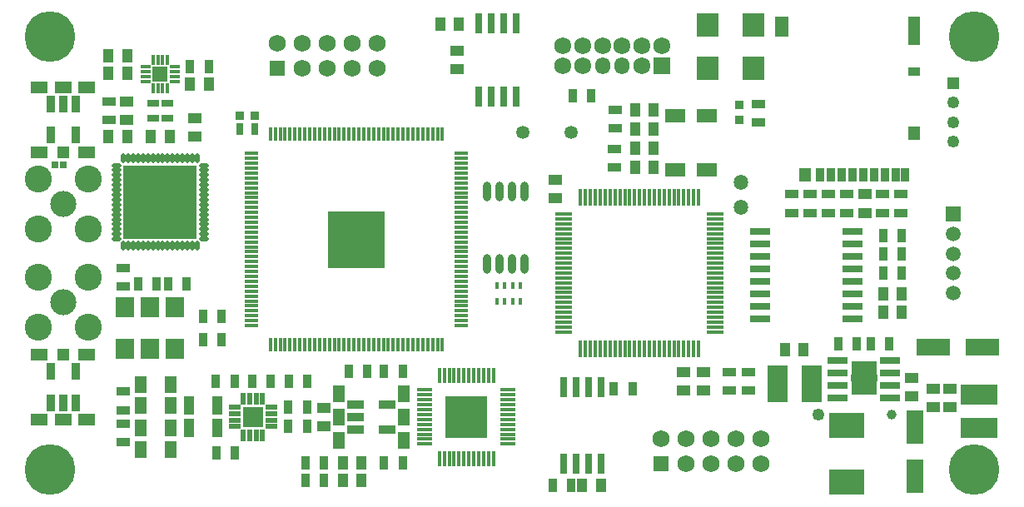
<source format=gts>
G04*
G04 #@! TF.GenerationSoftware,Altium Limited,Altium Designer,21.7.1 (17)*
G04*
G04 Layer_Color=8388736*
%FSLAX44Y44*%
%MOMM*%
G71*
G04*
G04 #@! TF.SameCoordinates,003C428C-6323-4237-91BB-275CBF4B30E0*
G04*
G04*
G04 #@! TF.FilePolarity,Negative*
G04*
G01*
G75*
%ADD58R,0.4500X0.8000*%
%ADD72R,1.0500X1.4500*%
%ADD73R,3.7500X2.1500*%
%ADD74R,0.7500X2.1500*%
%ADD75R,1.1500X1.8000*%
%ADD76R,1.8000X0.9100*%
%ADD77R,0.9100X1.8000*%
%ADD78R,1.8000X1.1500*%
%ADD79R,1.1500X1.1500*%
%ADD80R,1.7500X0.4500*%
%ADD81R,0.4500X1.7500*%
%ADD82R,2.1500X0.7500*%
%ADD83R,2.5600X3.4500*%
%ADD84R,2.0750X0.8000*%
%ADD85R,2.3000X2.3500*%
%ADD86R,1.0500X1.8500*%
%ADD87R,1.4500X0.8500*%
%ADD88R,1.1500X0.6500*%
%ADD89R,0.7000X0.7500*%
%ADD90R,0.6500X1.1500*%
%ADD91R,1.6250X0.4500*%
%ADD92R,0.4500X1.6250*%
%ADD93R,4.2500X4.2500*%
%ADD94R,0.4040X1.4708*%
%ADD95R,1.4708X0.4040*%
%ADD96R,1.4708X0.4040*%
%ADD97R,5.7380X5.7380*%
%ADD98R,2.1500X2.1500*%
%ADD99R,1.2000X0.5000*%
%ADD100R,0.5000X1.2000*%
%ADD101R,1.9500X2.1500*%
%ADD102O,0.8000X2.0000*%
%ADD103O,1.0500X0.4000*%
%ADD104O,0.4000X1.0500*%
%ADD105R,1.6000X1.6000*%
%ADD106R,7.5500X7.5500*%
%ADD107O,1.0000X0.4500*%
%ADD108O,0.4500X1.0000*%
%ADD109R,0.9500X0.9500*%
%ADD110R,3.5500X2.5500*%
%ADD111R,3.3500X1.7500*%
%ADD112R,0.8500X1.3500*%
%ADD113R,1.1500X1.3500*%
%ADD114R,1.4500X2.0500*%
%ADD115R,1.1500X0.9500*%
%ADD116R,1.1500X2.9500*%
%ADD117R,1.1500X1.7500*%
%ADD118R,1.4500X1.0500*%
%ADD119R,2.0500X1.4500*%
%ADD120R,0.8500X1.4500*%
%ADD121R,1.7500X3.3500*%
%ADD122R,2.1500X3.7500*%
%ADD123R,0.9500X0.9500*%
%ADD124R,1.5000X1.5000*%
%ADD125C,1.5000*%
%ADD126C,1.2500*%
%ADD127R,1.2500X1.2500*%
%ADD128R,1.7250X1.7250*%
%ADD129C,1.7250*%
%ADD130O,1.5500X1.7250*%
%ADD131C,3.6500*%
%ADD132C,4.1500*%
%ADD133C,1.1500*%
%ADD134R,1.6500X1.6500*%
%ADD135C,1.7500*%
%ADD136C,1.2500*%
%ADD137C,1.0000*%
%ADD138C,1.3500*%
%ADD139O,1.4500X1.5500*%
%ADD140C,2.6500*%
%ADD141C,2.7500*%
%ADD142C,5.1500*%
D58*
X508500Y217500D02*
D03*
X500500D02*
D03*
X492500D02*
D03*
X484500D02*
D03*
Y201500D02*
D03*
X492500D02*
D03*
X500500D02*
D03*
X508500D02*
D03*
D72*
X426750Y483000D02*
D03*
X445750D02*
D03*
X643750Y395500D02*
D03*
X624750D02*
D03*
Y376083D02*
D03*
X643750D02*
D03*
Y356667D02*
D03*
X624750D02*
D03*
Y337250D02*
D03*
X643750D02*
D03*
X896250Y209126D02*
D03*
X877250D02*
D03*
X590250Y13750D02*
D03*
X571250D02*
D03*
X346500Y19000D02*
D03*
X327500D02*
D03*
X877250Y190000D02*
D03*
X896250D02*
D03*
X346500Y36750D02*
D03*
X327500D02*
D03*
X108250Y451000D02*
D03*
X89250D02*
D03*
X172500Y422000D02*
D03*
X191500D02*
D03*
X89250Y433000D02*
D03*
X108250D02*
D03*
X89250Y369000D02*
D03*
X108250D02*
D03*
X132500D02*
D03*
X151500D02*
D03*
X777500Y151750D02*
D03*
X796500D02*
D03*
D73*
X974500Y72000D02*
D03*
Y106000D02*
D03*
D74*
X552200Y114250D02*
D03*
X577600D02*
D03*
X564900D02*
D03*
X590250D02*
D03*
X552200Y36250D02*
D03*
X564900D02*
D03*
X577600D02*
D03*
X590250D02*
D03*
X465700Y483750D02*
D03*
X478400D02*
D03*
X491100D02*
D03*
X503800D02*
D03*
Y409750D02*
D03*
X491100D02*
D03*
X478400D02*
D03*
X465700D02*
D03*
D75*
X323750Y107500D02*
D03*
Y83500D02*
D03*
Y59500D02*
D03*
X389750D02*
D03*
Y83500D02*
D03*
Y107500D02*
D03*
D76*
X340850Y83500D02*
D03*
Y96200D02*
D03*
X372650D02*
D03*
Y70800D02*
D03*
X340850D02*
D03*
D77*
X30300Y401900D02*
D03*
Y370100D02*
D03*
X55700D02*
D03*
Y401900D02*
D03*
X43000D02*
D03*
X55700Y98100D02*
D03*
Y129900D02*
D03*
X30300D02*
D03*
Y98100D02*
D03*
X43000D02*
D03*
D78*
X67000Y353000D02*
D03*
X19000D02*
D03*
Y419000D02*
D03*
X43000D02*
D03*
X67000D02*
D03*
X19000Y147000D02*
D03*
X67000D02*
D03*
Y81000D02*
D03*
X43000D02*
D03*
X19000D02*
D03*
D79*
X43000Y353000D02*
D03*
Y147000D02*
D03*
D80*
X706500Y290000D02*
D03*
Y285000D02*
D03*
Y280000D02*
D03*
Y275000D02*
D03*
Y270000D02*
D03*
Y265000D02*
D03*
Y260000D02*
D03*
Y255000D02*
D03*
Y250000D02*
D03*
Y245000D02*
D03*
Y240000D02*
D03*
Y235000D02*
D03*
Y230000D02*
D03*
Y225000D02*
D03*
Y220000D02*
D03*
Y215000D02*
D03*
Y210000D02*
D03*
Y205000D02*
D03*
Y200000D02*
D03*
Y195000D02*
D03*
Y190000D02*
D03*
Y185000D02*
D03*
Y180000D02*
D03*
Y175000D02*
D03*
Y170000D02*
D03*
X552500D02*
D03*
Y175000D02*
D03*
Y180000D02*
D03*
Y185000D02*
D03*
Y190000D02*
D03*
Y195000D02*
D03*
Y200000D02*
D03*
Y205000D02*
D03*
Y210000D02*
D03*
Y215000D02*
D03*
Y220000D02*
D03*
Y225000D02*
D03*
Y230000D02*
D03*
Y235000D02*
D03*
Y240000D02*
D03*
Y245000D02*
D03*
Y250000D02*
D03*
Y255000D02*
D03*
Y260000D02*
D03*
Y265000D02*
D03*
Y270000D02*
D03*
Y275000D02*
D03*
Y280000D02*
D03*
Y285000D02*
D03*
Y290000D02*
D03*
D81*
X689500Y153000D02*
D03*
X684500D02*
D03*
X679500D02*
D03*
X674500D02*
D03*
X669500D02*
D03*
X664500D02*
D03*
X659500D02*
D03*
X654500D02*
D03*
X649500D02*
D03*
X644500D02*
D03*
X639500D02*
D03*
X634500D02*
D03*
X629500D02*
D03*
X624500D02*
D03*
X619500D02*
D03*
X614500D02*
D03*
X609500D02*
D03*
X604500D02*
D03*
X599500D02*
D03*
X594500D02*
D03*
X589500D02*
D03*
X584500D02*
D03*
X579500D02*
D03*
X574500D02*
D03*
X569500D02*
D03*
Y307000D02*
D03*
X574500D02*
D03*
X579500D02*
D03*
X584500D02*
D03*
X589500D02*
D03*
X594500D02*
D03*
X599500D02*
D03*
X604500D02*
D03*
X609500D02*
D03*
X614500D02*
D03*
X619500D02*
D03*
X624500D02*
D03*
X629500D02*
D03*
X634500D02*
D03*
X639500D02*
D03*
X644500D02*
D03*
X649500D02*
D03*
X654500D02*
D03*
X659500D02*
D03*
X664500D02*
D03*
X669500D02*
D03*
X674500D02*
D03*
X679500D02*
D03*
X684500D02*
D03*
X689500D02*
D03*
D82*
X884500Y102800D02*
D03*
Y115500D02*
D03*
Y128200D02*
D03*
Y140900D02*
D03*
X830500D02*
D03*
Y128200D02*
D03*
Y115500D02*
D03*
Y102800D02*
D03*
D83*
X857500Y122850D02*
D03*
D84*
X846120Y247050D02*
D03*
Y259750D02*
D03*
X751880D02*
D03*
Y247050D02*
D03*
Y234350D02*
D03*
Y221650D02*
D03*
Y208950D02*
D03*
Y183550D02*
D03*
X846120D02*
D03*
Y234350D02*
D03*
Y221650D02*
D03*
Y208950D02*
D03*
X751880Y196250D02*
D03*
X846120D02*
D03*
X751880Y272450D02*
D03*
X846120D02*
D03*
D85*
X699000Y438250D02*
D03*
Y482250D02*
D03*
X745500Y438250D02*
D03*
Y482250D02*
D03*
D86*
X170950Y94930D02*
D03*
X199950D02*
D03*
Y72070D02*
D03*
X170950D02*
D03*
D87*
X802958Y310000D02*
D03*
Y291000D02*
D03*
X750750Y382750D02*
D03*
Y401750D02*
D03*
X104250Y216000D02*
D03*
Y235000D02*
D03*
X604500Y377000D02*
D03*
Y396000D02*
D03*
X604250Y337250D02*
D03*
Y356250D02*
D03*
X740000Y110500D02*
D03*
Y129500D02*
D03*
X104250Y76750D02*
D03*
Y57750D02*
D03*
Y90250D02*
D03*
Y109250D02*
D03*
X721000Y110500D02*
D03*
Y129500D02*
D03*
X90000Y404500D02*
D03*
Y385500D02*
D03*
X821417Y310000D02*
D03*
Y291000D02*
D03*
X839875D02*
D03*
Y310000D02*
D03*
X876792Y291000D02*
D03*
Y310000D02*
D03*
X895250Y291000D02*
D03*
Y310000D02*
D03*
X784500Y291000D02*
D03*
Y310000D02*
D03*
D88*
X149000Y402500D02*
D03*
Y387500D02*
D03*
X135000D02*
D03*
Y402500D02*
D03*
D89*
X34750Y340250D02*
D03*
X43250D02*
D03*
D90*
X237750Y376750D02*
D03*
X222750D02*
D03*
D91*
X411000Y56000D02*
D03*
Y61000D02*
D03*
Y66000D02*
D03*
Y71000D02*
D03*
Y81000D02*
D03*
Y86000D02*
D03*
Y96000D02*
D03*
Y101000D02*
D03*
X495760Y106000D02*
D03*
Y101000D02*
D03*
Y96000D02*
D03*
Y81000D02*
D03*
Y76000D02*
D03*
Y71000D02*
D03*
Y66000D02*
D03*
Y61000D02*
D03*
Y56000D02*
D03*
X411000Y91000D02*
D03*
Y76000D02*
D03*
Y106000D02*
D03*
Y111000D02*
D03*
X495760Y86000D02*
D03*
Y91000D02*
D03*
Y111000D02*
D03*
D92*
X425880Y125880D02*
D03*
X430880D02*
D03*
X435880D02*
D03*
X445880D02*
D03*
X455880D02*
D03*
X460880D02*
D03*
X465880D02*
D03*
X470880D02*
D03*
X475880D02*
D03*
X480880D02*
D03*
Y41120D02*
D03*
X475880D02*
D03*
X470880D02*
D03*
X465880D02*
D03*
X460880D02*
D03*
X455880D02*
D03*
X450880D02*
D03*
X445880D02*
D03*
X440880D02*
D03*
X435880D02*
D03*
X425880D02*
D03*
X430880D02*
D03*
X440880Y125880D02*
D03*
X450880D02*
D03*
D93*
X453380Y83500D02*
D03*
D94*
X428999Y371000D02*
D03*
X424000D02*
D03*
X418999D02*
D03*
X414000D02*
D03*
X408999D02*
D03*
X404000D02*
D03*
X398999D02*
D03*
X394000D02*
D03*
X388999D02*
D03*
X384000D02*
D03*
X379001D02*
D03*
X374000D02*
D03*
X369001D02*
D03*
X364000D02*
D03*
X359001D02*
D03*
X354000D02*
D03*
X349001D02*
D03*
X344000D02*
D03*
X339001D02*
D03*
X334000D02*
D03*
X328999D02*
D03*
X324000D02*
D03*
X318999D02*
D03*
X314000D02*
D03*
X308999D02*
D03*
X304000D02*
D03*
X298999D02*
D03*
X294000D02*
D03*
X288999D02*
D03*
X284000D02*
D03*
X278999D02*
D03*
X274000D02*
D03*
X268999D02*
D03*
X264000D02*
D03*
X258999D02*
D03*
X254000D02*
D03*
Y157000D02*
D03*
X258999D02*
D03*
X264000D02*
D03*
X268999D02*
D03*
X274000D02*
D03*
X278999D02*
D03*
X284000D02*
D03*
X288999D02*
D03*
X294000D02*
D03*
X298999D02*
D03*
X304000D02*
D03*
X308999D02*
D03*
X314000D02*
D03*
X318999D02*
D03*
X324000D02*
D03*
X328999D02*
D03*
X334000D02*
D03*
X339001D02*
D03*
X344000D02*
D03*
X349001D02*
D03*
X354000D02*
D03*
X359001D02*
D03*
X364000D02*
D03*
X369001D02*
D03*
X374000D02*
D03*
X379001D02*
D03*
X384000D02*
D03*
X388999D02*
D03*
X394000D02*
D03*
X398999D02*
D03*
X404000D02*
D03*
X408999D02*
D03*
X414000D02*
D03*
X418999D02*
D03*
X424000D02*
D03*
X428999D02*
D03*
D95*
X234501Y351501D02*
D03*
Y341501D02*
D03*
Y331501D02*
D03*
Y321501D02*
D03*
Y311501D02*
D03*
Y296500D02*
D03*
Y286500D02*
D03*
Y276500D02*
D03*
Y266500D02*
D03*
Y256500D02*
D03*
Y246500D02*
D03*
Y236500D02*
D03*
Y226500D02*
D03*
Y216500D02*
D03*
Y211501D02*
D03*
Y201501D02*
D03*
Y191501D02*
D03*
Y181501D02*
D03*
X448501Y176500D02*
D03*
Y186500D02*
D03*
Y196500D02*
D03*
Y206500D02*
D03*
Y221501D02*
D03*
Y231501D02*
D03*
Y241501D02*
D03*
Y251501D02*
D03*
Y261501D02*
D03*
Y271501D02*
D03*
Y281501D02*
D03*
Y291501D02*
D03*
Y301501D02*
D03*
Y306500D02*
D03*
Y316500D02*
D03*
Y326499D02*
D03*
Y336499D02*
D03*
Y346499D02*
D03*
D96*
X234501D02*
D03*
Y336499D02*
D03*
Y326499D02*
D03*
Y316500D02*
D03*
Y306500D02*
D03*
Y301501D02*
D03*
Y291501D02*
D03*
Y281501D02*
D03*
Y271501D02*
D03*
Y261501D02*
D03*
Y251501D02*
D03*
Y241501D02*
D03*
Y231501D02*
D03*
Y221501D02*
D03*
Y206500D02*
D03*
Y196500D02*
D03*
Y186500D02*
D03*
Y176500D02*
D03*
X448501Y181501D02*
D03*
Y191501D02*
D03*
Y201501D02*
D03*
Y211501D02*
D03*
Y216500D02*
D03*
Y226500D02*
D03*
Y236500D02*
D03*
Y246500D02*
D03*
Y256500D02*
D03*
Y266500D02*
D03*
Y276500D02*
D03*
Y286500D02*
D03*
Y296500D02*
D03*
Y311501D02*
D03*
Y321501D02*
D03*
Y331501D02*
D03*
Y341501D02*
D03*
Y351501D02*
D03*
D97*
X341497Y263997D02*
D03*
D98*
X236250Y83500D02*
D03*
D99*
X217750Y73750D02*
D03*
Y80250D02*
D03*
Y86750D02*
D03*
Y93250D02*
D03*
X254750D02*
D03*
Y86750D02*
D03*
Y80250D02*
D03*
Y73750D02*
D03*
D100*
X226500Y102000D02*
D03*
X233000D02*
D03*
X239500D02*
D03*
X246000D02*
D03*
Y65000D02*
D03*
X239500D02*
D03*
X233000D02*
D03*
X226500D02*
D03*
D101*
X106050Y153023D02*
D03*
X156850D02*
D03*
Y195023D02*
D03*
X106050D02*
D03*
X131450Y153023D02*
D03*
Y195023D02*
D03*
D102*
X474300Y239500D02*
D03*
X487000D02*
D03*
X499700D02*
D03*
X512400D02*
D03*
X474300Y313000D02*
D03*
X487000D02*
D03*
X499700D02*
D03*
X512400D02*
D03*
D103*
X127500Y439500D02*
D03*
Y434500D02*
D03*
Y429500D02*
D03*
X156500D02*
D03*
Y434500D02*
D03*
X127500Y424500D02*
D03*
X156500D02*
D03*
Y439500D02*
D03*
D104*
X134500Y417500D02*
D03*
X139500D02*
D03*
X144500D02*
D03*
X149500D02*
D03*
Y446500D02*
D03*
X144500D02*
D03*
X139500D02*
D03*
X134500D02*
D03*
D105*
X142000Y432000D02*
D03*
D106*
Y301969D02*
D03*
D107*
X186500Y339469D02*
D03*
Y334469D02*
D03*
Y329469D02*
D03*
Y324469D02*
D03*
Y319469D02*
D03*
Y314469D02*
D03*
Y309469D02*
D03*
Y304469D02*
D03*
Y299469D02*
D03*
Y294469D02*
D03*
Y289469D02*
D03*
Y284469D02*
D03*
Y279469D02*
D03*
Y274469D02*
D03*
Y269469D02*
D03*
Y264469D02*
D03*
X97500D02*
D03*
Y269469D02*
D03*
Y274469D02*
D03*
Y279469D02*
D03*
Y284469D02*
D03*
Y289469D02*
D03*
Y294469D02*
D03*
Y299469D02*
D03*
Y304469D02*
D03*
Y309469D02*
D03*
Y314469D02*
D03*
Y319469D02*
D03*
Y324469D02*
D03*
Y329469D02*
D03*
Y334469D02*
D03*
Y339469D02*
D03*
D108*
X179500Y257469D02*
D03*
X174500D02*
D03*
X169500D02*
D03*
X164500D02*
D03*
X159500D02*
D03*
X154500D02*
D03*
X149500D02*
D03*
X144500D02*
D03*
X139500D02*
D03*
X134500D02*
D03*
X129500D02*
D03*
X124500D02*
D03*
X119500D02*
D03*
X114500D02*
D03*
X109500D02*
D03*
X104500D02*
D03*
Y346469D02*
D03*
X109500D02*
D03*
X114500D02*
D03*
X119500D02*
D03*
X124500D02*
D03*
X129500D02*
D03*
X134500D02*
D03*
X139500D02*
D03*
X144500D02*
D03*
X149500D02*
D03*
X154500D02*
D03*
X159500D02*
D03*
X164500D02*
D03*
X169500D02*
D03*
X174500D02*
D03*
X179500D02*
D03*
D109*
X237750Y389755D02*
D03*
X222750D02*
D03*
D110*
X840250Y17250D02*
D03*
Y75250D02*
D03*
D111*
X977750Y154750D02*
D03*
X927750D02*
D03*
D112*
X813000Y329500D02*
D03*
X824000D02*
D03*
X835000D02*
D03*
X846000D02*
D03*
X857000D02*
D03*
X879000D02*
D03*
X890000D02*
D03*
X899500D02*
D03*
X868000D02*
D03*
D113*
X797500D02*
D03*
X909000Y372500D02*
D03*
D114*
X774000Y480500D02*
D03*
D115*
X909000Y434490D02*
D03*
D116*
Y475990D02*
D03*
D117*
X152190Y50480D02*
D03*
X122190D02*
D03*
Y72070D02*
D03*
X152190D02*
D03*
Y94930D02*
D03*
X122190D02*
D03*
Y116520D02*
D03*
X152190D02*
D03*
D118*
X945500Y112250D02*
D03*
Y93250D02*
D03*
X674000Y129500D02*
D03*
Y110500D02*
D03*
X694500D02*
D03*
Y129500D02*
D03*
X444000Y456250D02*
D03*
Y437250D02*
D03*
X544000Y325000D02*
D03*
Y306000D02*
D03*
X177000Y387500D02*
D03*
Y368500D02*
D03*
X108000Y385500D02*
D03*
Y404500D02*
D03*
X308000Y93000D02*
D03*
Y74000D02*
D03*
X905750Y104250D02*
D03*
Y123250D02*
D03*
X928250Y93250D02*
D03*
Y112250D02*
D03*
X858333Y291000D02*
D03*
Y310000D02*
D03*
D119*
X698000Y390000D02*
D03*
X666000D02*
D03*
X698000Y335000D02*
D03*
X666000D02*
D03*
D120*
X272530Y120060D02*
D03*
X291530D02*
D03*
X561500Y410000D02*
D03*
X580500D02*
D03*
X204250Y162500D02*
D03*
X185250D02*
D03*
Y185500D02*
D03*
X204250D02*
D03*
X169000Y219000D02*
D03*
X150000D02*
D03*
X138250D02*
D03*
X119250D02*
D03*
X333750Y130250D02*
D03*
X352750D02*
D03*
X289500Y36750D02*
D03*
X308500D02*
D03*
X369500Y130250D02*
D03*
X388500D02*
D03*
X603250Y112000D02*
D03*
X622250D02*
D03*
X560000Y13750D02*
D03*
X541000D02*
D03*
X877250Y230250D02*
D03*
X896250D02*
D03*
Y249250D02*
D03*
X877250D02*
D03*
X289500Y19000D02*
D03*
X308500D02*
D03*
X254530Y120060D02*
D03*
X235530D02*
D03*
X291250Y73750D02*
D03*
X272250D02*
D03*
X291250Y93250D02*
D03*
X272250D02*
D03*
X198810Y46670D02*
D03*
X217810D02*
D03*
X217530Y120060D02*
D03*
X198530D02*
D03*
X896250Y268123D02*
D03*
X877250D02*
D03*
X191500Y440000D02*
D03*
X172500D02*
D03*
X883250Y157500D02*
D03*
X864250D02*
D03*
X831250D02*
D03*
X850250D02*
D03*
X369500Y36750D02*
D03*
X388500D02*
D03*
D121*
X909750Y23250D02*
D03*
Y73250D02*
D03*
D122*
X804250Y117500D02*
D03*
X770250D02*
D03*
D123*
X731245Y400500D02*
D03*
Y385500D02*
D03*
D124*
X948250Y289750D02*
D03*
D125*
Y269750D02*
D03*
Y249750D02*
D03*
Y229750D02*
D03*
Y209750D02*
D03*
D126*
Y363250D02*
D03*
Y383250D02*
D03*
Y403250D02*
D03*
D127*
Y423250D02*
D03*
D128*
X651750Y440750D02*
D03*
D129*
Y460750D02*
D03*
X631750Y440750D02*
D03*
Y460750D02*
D03*
X611750D02*
D03*
X591750D02*
D03*
X571750Y440750D02*
D03*
Y460750D02*
D03*
X551750Y440750D02*
D03*
Y460750D02*
D03*
D130*
X611750Y440750D02*
D03*
X591750D02*
D03*
D131*
X453380Y83500D02*
D03*
D132*
X341497Y263997D02*
D03*
X142000Y301969D02*
D03*
D133*
X142000Y432000D02*
D03*
D134*
X651200Y36300D02*
D03*
X261400Y438300D02*
D03*
D135*
X702000Y36300D02*
D03*
X676600D02*
D03*
X752800Y61700D02*
D03*
X727400D02*
D03*
X702000D02*
D03*
X676600D02*
D03*
X651200D02*
D03*
X727400Y36300D02*
D03*
X752800D02*
D03*
X363000Y438300D02*
D03*
X337600D02*
D03*
X261400Y463700D02*
D03*
X286800D02*
D03*
X312200D02*
D03*
X337600D02*
D03*
X363000D02*
D03*
X286800Y438300D02*
D03*
X312200D02*
D03*
D136*
X811500Y86000D02*
D03*
D137*
X886000D02*
D03*
D138*
X559520Y372750D02*
D03*
X510720D02*
D03*
D139*
X733000Y322250D02*
D03*
Y296850D02*
D03*
D140*
X43000Y300000D02*
D03*
Y200000D02*
D03*
D141*
X17600Y325400D02*
D03*
X68400D02*
D03*
Y274600D02*
D03*
X17600D02*
D03*
Y174600D02*
D03*
X68400D02*
D03*
Y225400D02*
D03*
X17600D02*
D03*
X857500Y122850D02*
D03*
D142*
X970000Y470000D02*
D03*
Y30000D02*
D03*
X30000Y470000D02*
D03*
Y30000D02*
D03*
M02*

</source>
